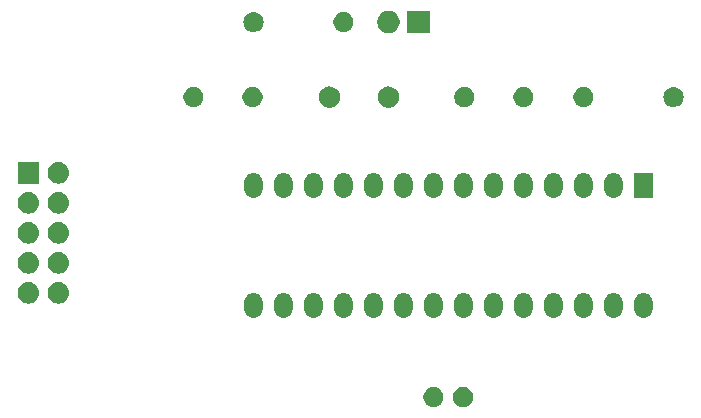
<source format=gbr>
%TF.GenerationSoftware,KiCad,Pcbnew,5.1.4-3.fc30*%
%TF.CreationDate,2019-10-13T14:30:26+02:00*%
%TF.ProjectId,atmega_prog_adapter_v2,61746d65-6761-45f7-9072-6f675f616461,1.0*%
%TF.SameCoordinates,Original*%
%TF.FileFunction,Soldermask,Top*%
%TF.FilePolarity,Negative*%
%FSLAX46Y46*%
G04 Gerber Fmt 4.6, Leading zero omitted, Abs format (unit mm)*
G04 Created by KiCad (PCBNEW 5.1.4-3.fc30) date 2019-10-13 14:30:26*
%MOMM*%
%LPD*%
G04 APERTURE LIST*
%ADD10C,0.150000*%
G04 APERTURE END LIST*
D10*
G36*
X131018228Y-104591703D02*
G01*
X131173100Y-104655853D01*
X131312481Y-104748985D01*
X131431015Y-104867519D01*
X131524147Y-105006900D01*
X131588297Y-105161772D01*
X131621000Y-105326184D01*
X131621000Y-105493816D01*
X131588297Y-105658228D01*
X131524147Y-105813100D01*
X131431015Y-105952481D01*
X131312481Y-106071015D01*
X131173100Y-106164147D01*
X131018228Y-106228297D01*
X130853816Y-106261000D01*
X130686184Y-106261000D01*
X130521772Y-106228297D01*
X130366900Y-106164147D01*
X130227519Y-106071015D01*
X130108985Y-105952481D01*
X130015853Y-105813100D01*
X129951703Y-105658228D01*
X129919000Y-105493816D01*
X129919000Y-105326184D01*
X129951703Y-105161772D01*
X130015853Y-105006900D01*
X130108985Y-104867519D01*
X130227519Y-104748985D01*
X130366900Y-104655853D01*
X130521772Y-104591703D01*
X130686184Y-104559000D01*
X130853816Y-104559000D01*
X131018228Y-104591703D01*
X131018228Y-104591703D01*
G37*
G36*
X128518228Y-104591703D02*
G01*
X128673100Y-104655853D01*
X128812481Y-104748985D01*
X128931015Y-104867519D01*
X129024147Y-105006900D01*
X129088297Y-105161772D01*
X129121000Y-105326184D01*
X129121000Y-105493816D01*
X129088297Y-105658228D01*
X129024147Y-105813100D01*
X128931015Y-105952481D01*
X128812481Y-106071015D01*
X128673100Y-106164147D01*
X128518228Y-106228297D01*
X128353816Y-106261000D01*
X128186184Y-106261000D01*
X128021772Y-106228297D01*
X127866900Y-106164147D01*
X127727519Y-106071015D01*
X127608985Y-105952481D01*
X127515853Y-105813100D01*
X127451703Y-105658228D01*
X127419000Y-105493816D01*
X127419000Y-105326184D01*
X127451703Y-105161772D01*
X127515853Y-105006900D01*
X127608985Y-104867519D01*
X127727519Y-104748985D01*
X127866900Y-104655853D01*
X128021772Y-104591703D01*
X128186184Y-104559000D01*
X128353816Y-104559000D01*
X128518228Y-104591703D01*
X128518228Y-104591703D01*
G37*
G36*
X115721142Y-96600156D02*
G01*
X115866476Y-96644243D01*
X115866479Y-96644244D01*
X116000416Y-96715835D01*
X116117817Y-96812183D01*
X116214165Y-96929584D01*
X116285756Y-97063521D01*
X116285757Y-97063524D01*
X116329844Y-97208858D01*
X116341000Y-97322128D01*
X116341000Y-97957872D01*
X116329844Y-98071142D01*
X116285757Y-98216475D01*
X116285756Y-98216479D01*
X116214165Y-98350416D01*
X116214164Y-98350417D01*
X116117817Y-98467817D01*
X116018268Y-98549514D01*
X116000415Y-98564165D01*
X115866478Y-98635756D01*
X115866475Y-98635757D01*
X115721141Y-98679844D01*
X115570000Y-98694730D01*
X115418858Y-98679844D01*
X115273524Y-98635757D01*
X115273521Y-98635756D01*
X115139584Y-98564165D01*
X115118531Y-98546887D01*
X115022183Y-98467817D01*
X114925836Y-98350416D01*
X114854245Y-98216479D01*
X114854244Y-98216478D01*
X114854243Y-98216475D01*
X114810156Y-98071141D01*
X114799000Y-97957871D01*
X114799000Y-97322128D01*
X114810156Y-97208858D01*
X114854243Y-97063524D01*
X114854243Y-97063523D01*
X114925837Y-96929582D01*
X115022184Y-96812183D01*
X115139585Y-96715835D01*
X115273522Y-96644244D01*
X115273525Y-96644243D01*
X115418859Y-96600156D01*
X115570000Y-96585270D01*
X115721142Y-96600156D01*
X115721142Y-96600156D01*
G37*
G36*
X120801142Y-96600156D02*
G01*
X120946476Y-96644243D01*
X120946479Y-96644244D01*
X121080416Y-96715835D01*
X121197817Y-96812183D01*
X121294165Y-96929584D01*
X121365756Y-97063521D01*
X121365757Y-97063524D01*
X121409844Y-97208858D01*
X121421000Y-97322128D01*
X121421000Y-97957872D01*
X121409844Y-98071142D01*
X121365757Y-98216475D01*
X121365756Y-98216479D01*
X121294165Y-98350416D01*
X121294164Y-98350417D01*
X121197817Y-98467817D01*
X121098268Y-98549514D01*
X121080415Y-98564165D01*
X120946478Y-98635756D01*
X120946475Y-98635757D01*
X120801141Y-98679844D01*
X120650000Y-98694730D01*
X120498858Y-98679844D01*
X120353524Y-98635757D01*
X120353521Y-98635756D01*
X120219584Y-98564165D01*
X120198531Y-98546887D01*
X120102183Y-98467817D01*
X120005836Y-98350416D01*
X119934245Y-98216479D01*
X119934244Y-98216478D01*
X119934243Y-98216475D01*
X119890156Y-98071141D01*
X119879000Y-97957871D01*
X119879000Y-97322128D01*
X119890156Y-97208858D01*
X119934243Y-97063524D01*
X119934243Y-97063523D01*
X120005837Y-96929582D01*
X120102184Y-96812183D01*
X120219585Y-96715835D01*
X120353522Y-96644244D01*
X120353525Y-96644243D01*
X120498859Y-96600156D01*
X120650000Y-96585270D01*
X120801142Y-96600156D01*
X120801142Y-96600156D01*
G37*
G36*
X123341142Y-96600156D02*
G01*
X123486476Y-96644243D01*
X123486479Y-96644244D01*
X123620416Y-96715835D01*
X123737817Y-96812183D01*
X123834165Y-96929584D01*
X123905756Y-97063521D01*
X123905757Y-97063524D01*
X123949844Y-97208858D01*
X123961000Y-97322128D01*
X123961000Y-97957872D01*
X123949844Y-98071142D01*
X123905757Y-98216475D01*
X123905756Y-98216479D01*
X123834165Y-98350416D01*
X123834164Y-98350417D01*
X123737817Y-98467817D01*
X123638268Y-98549514D01*
X123620415Y-98564165D01*
X123486478Y-98635756D01*
X123486475Y-98635757D01*
X123341141Y-98679844D01*
X123190000Y-98694730D01*
X123038858Y-98679844D01*
X122893524Y-98635757D01*
X122893521Y-98635756D01*
X122759584Y-98564165D01*
X122738531Y-98546887D01*
X122642183Y-98467817D01*
X122545836Y-98350416D01*
X122474245Y-98216479D01*
X122474244Y-98216478D01*
X122474243Y-98216475D01*
X122430156Y-98071141D01*
X122419000Y-97957871D01*
X122419000Y-97322128D01*
X122430156Y-97208858D01*
X122474243Y-97063524D01*
X122474243Y-97063523D01*
X122545837Y-96929582D01*
X122642184Y-96812183D01*
X122759585Y-96715835D01*
X122893522Y-96644244D01*
X122893525Y-96644243D01*
X123038859Y-96600156D01*
X123190000Y-96585270D01*
X123341142Y-96600156D01*
X123341142Y-96600156D01*
G37*
G36*
X125881142Y-96600156D02*
G01*
X126026476Y-96644243D01*
X126026479Y-96644244D01*
X126160416Y-96715835D01*
X126277817Y-96812183D01*
X126374165Y-96929584D01*
X126445756Y-97063521D01*
X126445757Y-97063524D01*
X126489844Y-97208858D01*
X126501000Y-97322128D01*
X126501000Y-97957872D01*
X126489844Y-98071142D01*
X126445757Y-98216475D01*
X126445756Y-98216479D01*
X126374165Y-98350416D01*
X126374164Y-98350417D01*
X126277817Y-98467817D01*
X126178268Y-98549514D01*
X126160415Y-98564165D01*
X126026478Y-98635756D01*
X126026475Y-98635757D01*
X125881141Y-98679844D01*
X125730000Y-98694730D01*
X125578858Y-98679844D01*
X125433524Y-98635757D01*
X125433521Y-98635756D01*
X125299584Y-98564165D01*
X125278531Y-98546887D01*
X125182183Y-98467817D01*
X125085836Y-98350416D01*
X125014245Y-98216479D01*
X125014244Y-98216478D01*
X125014243Y-98216475D01*
X124970156Y-98071141D01*
X124959000Y-97957871D01*
X124959000Y-97322128D01*
X124970156Y-97208858D01*
X125014243Y-97063524D01*
X125014243Y-97063523D01*
X125085837Y-96929582D01*
X125182184Y-96812183D01*
X125299585Y-96715835D01*
X125433522Y-96644244D01*
X125433525Y-96644243D01*
X125578859Y-96600156D01*
X125730000Y-96585270D01*
X125881142Y-96600156D01*
X125881142Y-96600156D01*
G37*
G36*
X128421142Y-96600156D02*
G01*
X128566476Y-96644243D01*
X128566479Y-96644244D01*
X128700416Y-96715835D01*
X128817817Y-96812183D01*
X128914165Y-96929584D01*
X128985756Y-97063521D01*
X128985757Y-97063524D01*
X129029844Y-97208858D01*
X129041000Y-97322128D01*
X129041000Y-97957872D01*
X129029844Y-98071142D01*
X128985757Y-98216475D01*
X128985756Y-98216479D01*
X128914165Y-98350416D01*
X128914164Y-98350417D01*
X128817817Y-98467817D01*
X128718268Y-98549514D01*
X128700415Y-98564165D01*
X128566478Y-98635756D01*
X128566475Y-98635757D01*
X128421141Y-98679844D01*
X128270000Y-98694730D01*
X128118858Y-98679844D01*
X127973524Y-98635757D01*
X127973521Y-98635756D01*
X127839584Y-98564165D01*
X127818531Y-98546887D01*
X127722183Y-98467817D01*
X127625836Y-98350416D01*
X127554245Y-98216479D01*
X127554244Y-98216478D01*
X127554243Y-98216475D01*
X127510156Y-98071141D01*
X127499000Y-97957871D01*
X127499000Y-97322128D01*
X127510156Y-97208858D01*
X127554243Y-97063524D01*
X127554243Y-97063523D01*
X127625837Y-96929582D01*
X127722184Y-96812183D01*
X127839585Y-96715835D01*
X127973522Y-96644244D01*
X127973525Y-96644243D01*
X128118859Y-96600156D01*
X128270000Y-96585270D01*
X128421142Y-96600156D01*
X128421142Y-96600156D01*
G37*
G36*
X118261142Y-96600156D02*
G01*
X118406476Y-96644243D01*
X118406479Y-96644244D01*
X118540416Y-96715835D01*
X118657817Y-96812183D01*
X118754165Y-96929584D01*
X118825756Y-97063521D01*
X118825757Y-97063524D01*
X118869844Y-97208858D01*
X118881000Y-97322128D01*
X118881000Y-97957872D01*
X118869844Y-98071142D01*
X118825757Y-98216475D01*
X118825756Y-98216479D01*
X118754165Y-98350416D01*
X118754164Y-98350417D01*
X118657817Y-98467817D01*
X118558268Y-98549514D01*
X118540415Y-98564165D01*
X118406478Y-98635756D01*
X118406475Y-98635757D01*
X118261141Y-98679844D01*
X118110000Y-98694730D01*
X117958858Y-98679844D01*
X117813524Y-98635757D01*
X117813521Y-98635756D01*
X117679584Y-98564165D01*
X117658531Y-98546887D01*
X117562183Y-98467817D01*
X117465836Y-98350416D01*
X117394245Y-98216479D01*
X117394244Y-98216478D01*
X117394243Y-98216475D01*
X117350156Y-98071141D01*
X117339000Y-97957871D01*
X117339000Y-97322128D01*
X117350156Y-97208858D01*
X117394243Y-97063524D01*
X117394243Y-97063523D01*
X117465837Y-96929582D01*
X117562184Y-96812183D01*
X117679585Y-96715835D01*
X117813522Y-96644244D01*
X117813525Y-96644243D01*
X117958859Y-96600156D01*
X118110000Y-96585270D01*
X118261142Y-96600156D01*
X118261142Y-96600156D01*
G37*
G36*
X133501142Y-96600156D02*
G01*
X133646476Y-96644243D01*
X133646479Y-96644244D01*
X133780416Y-96715835D01*
X133897817Y-96812183D01*
X133994165Y-96929584D01*
X134065756Y-97063521D01*
X134065757Y-97063524D01*
X134109844Y-97208858D01*
X134121000Y-97322128D01*
X134121000Y-97957872D01*
X134109844Y-98071142D01*
X134065757Y-98216475D01*
X134065756Y-98216479D01*
X133994165Y-98350416D01*
X133994164Y-98350417D01*
X133897817Y-98467817D01*
X133798268Y-98549514D01*
X133780415Y-98564165D01*
X133646478Y-98635756D01*
X133646475Y-98635757D01*
X133501141Y-98679844D01*
X133350000Y-98694730D01*
X133198858Y-98679844D01*
X133053524Y-98635757D01*
X133053521Y-98635756D01*
X132919584Y-98564165D01*
X132898531Y-98546887D01*
X132802183Y-98467817D01*
X132705836Y-98350416D01*
X132634245Y-98216479D01*
X132634244Y-98216478D01*
X132634243Y-98216475D01*
X132590156Y-98071141D01*
X132579000Y-97957871D01*
X132579000Y-97322128D01*
X132590156Y-97208858D01*
X132634243Y-97063524D01*
X132634243Y-97063523D01*
X132705837Y-96929582D01*
X132802184Y-96812183D01*
X132919585Y-96715835D01*
X133053522Y-96644244D01*
X133053525Y-96644243D01*
X133198859Y-96600156D01*
X133350000Y-96585270D01*
X133501142Y-96600156D01*
X133501142Y-96600156D01*
G37*
G36*
X138581142Y-96600156D02*
G01*
X138726476Y-96644243D01*
X138726479Y-96644244D01*
X138860416Y-96715835D01*
X138977817Y-96812183D01*
X139074165Y-96929584D01*
X139145756Y-97063521D01*
X139145757Y-97063524D01*
X139189844Y-97208858D01*
X139201000Y-97322128D01*
X139201000Y-97957872D01*
X139189844Y-98071142D01*
X139145757Y-98216475D01*
X139145756Y-98216479D01*
X139074165Y-98350416D01*
X139074164Y-98350417D01*
X138977817Y-98467817D01*
X138878268Y-98549514D01*
X138860415Y-98564165D01*
X138726478Y-98635756D01*
X138726475Y-98635757D01*
X138581141Y-98679844D01*
X138430000Y-98694730D01*
X138278858Y-98679844D01*
X138133524Y-98635757D01*
X138133521Y-98635756D01*
X137999584Y-98564165D01*
X137978531Y-98546887D01*
X137882183Y-98467817D01*
X137785836Y-98350416D01*
X137714245Y-98216479D01*
X137714244Y-98216478D01*
X137714243Y-98216475D01*
X137670156Y-98071141D01*
X137659000Y-97957871D01*
X137659000Y-97322128D01*
X137670156Y-97208858D01*
X137714243Y-97063524D01*
X137714243Y-97063523D01*
X137785837Y-96929582D01*
X137882184Y-96812183D01*
X137999585Y-96715835D01*
X138133522Y-96644244D01*
X138133525Y-96644243D01*
X138278859Y-96600156D01*
X138430000Y-96585270D01*
X138581142Y-96600156D01*
X138581142Y-96600156D01*
G37*
G36*
X141121142Y-96600156D02*
G01*
X141266476Y-96644243D01*
X141266479Y-96644244D01*
X141400416Y-96715835D01*
X141517817Y-96812183D01*
X141614165Y-96929584D01*
X141685756Y-97063521D01*
X141685757Y-97063524D01*
X141729844Y-97208858D01*
X141741000Y-97322128D01*
X141741000Y-97957872D01*
X141729844Y-98071142D01*
X141685757Y-98216475D01*
X141685756Y-98216479D01*
X141614165Y-98350416D01*
X141614164Y-98350417D01*
X141517817Y-98467817D01*
X141418268Y-98549514D01*
X141400415Y-98564165D01*
X141266478Y-98635756D01*
X141266475Y-98635757D01*
X141121141Y-98679844D01*
X140970000Y-98694730D01*
X140818858Y-98679844D01*
X140673524Y-98635757D01*
X140673521Y-98635756D01*
X140539584Y-98564165D01*
X140518531Y-98546887D01*
X140422183Y-98467817D01*
X140325836Y-98350416D01*
X140254245Y-98216479D01*
X140254244Y-98216478D01*
X140254243Y-98216475D01*
X140210156Y-98071141D01*
X140199000Y-97957871D01*
X140199000Y-97322128D01*
X140210156Y-97208858D01*
X140254243Y-97063524D01*
X140254243Y-97063523D01*
X140325837Y-96929582D01*
X140422184Y-96812183D01*
X140539585Y-96715835D01*
X140673522Y-96644244D01*
X140673525Y-96644243D01*
X140818859Y-96600156D01*
X140970000Y-96585270D01*
X141121142Y-96600156D01*
X141121142Y-96600156D01*
G37*
G36*
X143661142Y-96600156D02*
G01*
X143806476Y-96644243D01*
X143806479Y-96644244D01*
X143940416Y-96715835D01*
X144057817Y-96812183D01*
X144154165Y-96929584D01*
X144225756Y-97063521D01*
X144225757Y-97063524D01*
X144269844Y-97208858D01*
X144281000Y-97322128D01*
X144281000Y-97957872D01*
X144269844Y-98071142D01*
X144225757Y-98216475D01*
X144225756Y-98216479D01*
X144154165Y-98350416D01*
X144154164Y-98350417D01*
X144057817Y-98467817D01*
X143958268Y-98549514D01*
X143940415Y-98564165D01*
X143806478Y-98635756D01*
X143806475Y-98635757D01*
X143661141Y-98679844D01*
X143510000Y-98694730D01*
X143358858Y-98679844D01*
X143213524Y-98635757D01*
X143213521Y-98635756D01*
X143079584Y-98564165D01*
X143058531Y-98546887D01*
X142962183Y-98467817D01*
X142865836Y-98350416D01*
X142794245Y-98216479D01*
X142794244Y-98216478D01*
X142794243Y-98216475D01*
X142750156Y-98071141D01*
X142739000Y-97957871D01*
X142739000Y-97322128D01*
X142750156Y-97208858D01*
X142794243Y-97063524D01*
X142794243Y-97063523D01*
X142865837Y-96929582D01*
X142962184Y-96812183D01*
X143079585Y-96715835D01*
X143213522Y-96644244D01*
X143213525Y-96644243D01*
X143358859Y-96600156D01*
X143510000Y-96585270D01*
X143661142Y-96600156D01*
X143661142Y-96600156D01*
G37*
G36*
X146201142Y-96600156D02*
G01*
X146346476Y-96644243D01*
X146346479Y-96644244D01*
X146480416Y-96715835D01*
X146597817Y-96812183D01*
X146694165Y-96929584D01*
X146765756Y-97063521D01*
X146765757Y-97063524D01*
X146809844Y-97208858D01*
X146821000Y-97322128D01*
X146821000Y-97957872D01*
X146809844Y-98071142D01*
X146765757Y-98216475D01*
X146765756Y-98216479D01*
X146694165Y-98350416D01*
X146694164Y-98350417D01*
X146597817Y-98467817D01*
X146498268Y-98549514D01*
X146480415Y-98564165D01*
X146346478Y-98635756D01*
X146346475Y-98635757D01*
X146201141Y-98679844D01*
X146050000Y-98694730D01*
X145898858Y-98679844D01*
X145753524Y-98635757D01*
X145753521Y-98635756D01*
X145619584Y-98564165D01*
X145598531Y-98546887D01*
X145502183Y-98467817D01*
X145405836Y-98350416D01*
X145334245Y-98216479D01*
X145334244Y-98216478D01*
X145334243Y-98216475D01*
X145290156Y-98071141D01*
X145279000Y-97957871D01*
X145279000Y-97322128D01*
X145290156Y-97208858D01*
X145334243Y-97063524D01*
X145334243Y-97063523D01*
X145405837Y-96929582D01*
X145502184Y-96812183D01*
X145619585Y-96715835D01*
X145753522Y-96644244D01*
X145753525Y-96644243D01*
X145898859Y-96600156D01*
X146050000Y-96585270D01*
X146201142Y-96600156D01*
X146201142Y-96600156D01*
G37*
G36*
X113181142Y-96600156D02*
G01*
X113326476Y-96644243D01*
X113326479Y-96644244D01*
X113460416Y-96715835D01*
X113577817Y-96812183D01*
X113674165Y-96929584D01*
X113745756Y-97063521D01*
X113745757Y-97063524D01*
X113789844Y-97208858D01*
X113801000Y-97322128D01*
X113801000Y-97957872D01*
X113789844Y-98071142D01*
X113745757Y-98216475D01*
X113745756Y-98216479D01*
X113674165Y-98350416D01*
X113674164Y-98350417D01*
X113577817Y-98467817D01*
X113478268Y-98549514D01*
X113460415Y-98564165D01*
X113326478Y-98635756D01*
X113326475Y-98635757D01*
X113181141Y-98679844D01*
X113030000Y-98694730D01*
X112878858Y-98679844D01*
X112733524Y-98635757D01*
X112733521Y-98635756D01*
X112599584Y-98564165D01*
X112578531Y-98546887D01*
X112482183Y-98467817D01*
X112385836Y-98350416D01*
X112314245Y-98216479D01*
X112314244Y-98216478D01*
X112314243Y-98216475D01*
X112270156Y-98071141D01*
X112259000Y-97957871D01*
X112259000Y-97322128D01*
X112270156Y-97208858D01*
X112314243Y-97063524D01*
X112314243Y-97063523D01*
X112385837Y-96929582D01*
X112482184Y-96812183D01*
X112599585Y-96715835D01*
X112733522Y-96644244D01*
X112733525Y-96644243D01*
X112878859Y-96600156D01*
X113030000Y-96585270D01*
X113181142Y-96600156D01*
X113181142Y-96600156D01*
G37*
G36*
X130961142Y-96600156D02*
G01*
X131106476Y-96644243D01*
X131106479Y-96644244D01*
X131240416Y-96715835D01*
X131357817Y-96812183D01*
X131454165Y-96929584D01*
X131525756Y-97063521D01*
X131525757Y-97063524D01*
X131569844Y-97208858D01*
X131581000Y-97322128D01*
X131581000Y-97957872D01*
X131569844Y-98071142D01*
X131525757Y-98216475D01*
X131525756Y-98216479D01*
X131454165Y-98350416D01*
X131454164Y-98350417D01*
X131357817Y-98467817D01*
X131258268Y-98549514D01*
X131240415Y-98564165D01*
X131106478Y-98635756D01*
X131106475Y-98635757D01*
X130961141Y-98679844D01*
X130810000Y-98694730D01*
X130658858Y-98679844D01*
X130513524Y-98635757D01*
X130513521Y-98635756D01*
X130379584Y-98564165D01*
X130358531Y-98546887D01*
X130262183Y-98467817D01*
X130165836Y-98350416D01*
X130094245Y-98216479D01*
X130094244Y-98216478D01*
X130094243Y-98216475D01*
X130050156Y-98071141D01*
X130039000Y-97957871D01*
X130039000Y-97322128D01*
X130050156Y-97208858D01*
X130094243Y-97063524D01*
X130094243Y-97063523D01*
X130165837Y-96929582D01*
X130262184Y-96812183D01*
X130379585Y-96715835D01*
X130513522Y-96644244D01*
X130513525Y-96644243D01*
X130658859Y-96600156D01*
X130810000Y-96585270D01*
X130961142Y-96600156D01*
X130961142Y-96600156D01*
G37*
G36*
X136041142Y-96600156D02*
G01*
X136186476Y-96644243D01*
X136186479Y-96644244D01*
X136320416Y-96715835D01*
X136437817Y-96812183D01*
X136534165Y-96929584D01*
X136605756Y-97063521D01*
X136605757Y-97063524D01*
X136649844Y-97208858D01*
X136661000Y-97322128D01*
X136661000Y-97957872D01*
X136649844Y-98071142D01*
X136605757Y-98216475D01*
X136605756Y-98216479D01*
X136534165Y-98350416D01*
X136534164Y-98350417D01*
X136437817Y-98467817D01*
X136338268Y-98549514D01*
X136320415Y-98564165D01*
X136186478Y-98635756D01*
X136186475Y-98635757D01*
X136041141Y-98679844D01*
X135890000Y-98694730D01*
X135738858Y-98679844D01*
X135593524Y-98635757D01*
X135593521Y-98635756D01*
X135459584Y-98564165D01*
X135438531Y-98546887D01*
X135342183Y-98467817D01*
X135245836Y-98350416D01*
X135174245Y-98216479D01*
X135174244Y-98216478D01*
X135174243Y-98216475D01*
X135130156Y-98071141D01*
X135119000Y-97957871D01*
X135119000Y-97322128D01*
X135130156Y-97208858D01*
X135174243Y-97063524D01*
X135174243Y-97063523D01*
X135245837Y-96929582D01*
X135342184Y-96812183D01*
X135459585Y-96715835D01*
X135593522Y-96644244D01*
X135593525Y-96644243D01*
X135738859Y-96600156D01*
X135890000Y-96585270D01*
X136041142Y-96600156D01*
X136041142Y-96600156D01*
G37*
G36*
X94159294Y-95673633D02*
G01*
X94331695Y-95725931D01*
X94490583Y-95810858D01*
X94629849Y-95925151D01*
X94744142Y-96064417D01*
X94829069Y-96223305D01*
X94881367Y-96395706D01*
X94899025Y-96575000D01*
X94881367Y-96754294D01*
X94829069Y-96926695D01*
X94744142Y-97085583D01*
X94629849Y-97224849D01*
X94490583Y-97339142D01*
X94331695Y-97424069D01*
X94159294Y-97476367D01*
X94024931Y-97489600D01*
X93935069Y-97489600D01*
X93800706Y-97476367D01*
X93628305Y-97424069D01*
X93469417Y-97339142D01*
X93330151Y-97224849D01*
X93215858Y-97085583D01*
X93130931Y-96926695D01*
X93078633Y-96754294D01*
X93060975Y-96575000D01*
X93078633Y-96395706D01*
X93130931Y-96223305D01*
X93215858Y-96064417D01*
X93330151Y-95925151D01*
X93469417Y-95810858D01*
X93628305Y-95725931D01*
X93800706Y-95673633D01*
X93935069Y-95660400D01*
X94024931Y-95660400D01*
X94159294Y-95673633D01*
X94159294Y-95673633D01*
G37*
G36*
X96699294Y-95673633D02*
G01*
X96871695Y-95725931D01*
X97030583Y-95810858D01*
X97169849Y-95925151D01*
X97284142Y-96064417D01*
X97369069Y-96223305D01*
X97421367Y-96395706D01*
X97439025Y-96575000D01*
X97421367Y-96754294D01*
X97369069Y-96926695D01*
X97284142Y-97085583D01*
X97169849Y-97224849D01*
X97030583Y-97339142D01*
X96871695Y-97424069D01*
X96699294Y-97476367D01*
X96564931Y-97489600D01*
X96475069Y-97489600D01*
X96340706Y-97476367D01*
X96168305Y-97424069D01*
X96009417Y-97339142D01*
X95870151Y-97224849D01*
X95755858Y-97085583D01*
X95670931Y-96926695D01*
X95618633Y-96754294D01*
X95600975Y-96575000D01*
X95618633Y-96395706D01*
X95670931Y-96223305D01*
X95755858Y-96064417D01*
X95870151Y-95925151D01*
X96009417Y-95810858D01*
X96168305Y-95725931D01*
X96340706Y-95673633D01*
X96475069Y-95660400D01*
X96564931Y-95660400D01*
X96699294Y-95673633D01*
X96699294Y-95673633D01*
G37*
G36*
X94159294Y-93133633D02*
G01*
X94331695Y-93185931D01*
X94490583Y-93270858D01*
X94629849Y-93385151D01*
X94744142Y-93524417D01*
X94829069Y-93683305D01*
X94881367Y-93855706D01*
X94899025Y-94035000D01*
X94881367Y-94214294D01*
X94829069Y-94386695D01*
X94744142Y-94545583D01*
X94629849Y-94684849D01*
X94490583Y-94799142D01*
X94331695Y-94884069D01*
X94159294Y-94936367D01*
X94024931Y-94949600D01*
X93935069Y-94949600D01*
X93800706Y-94936367D01*
X93628305Y-94884069D01*
X93469417Y-94799142D01*
X93330151Y-94684849D01*
X93215858Y-94545583D01*
X93130931Y-94386695D01*
X93078633Y-94214294D01*
X93060975Y-94035000D01*
X93078633Y-93855706D01*
X93130931Y-93683305D01*
X93215858Y-93524417D01*
X93330151Y-93385151D01*
X93469417Y-93270858D01*
X93628305Y-93185931D01*
X93800706Y-93133633D01*
X93935069Y-93120400D01*
X94024931Y-93120400D01*
X94159294Y-93133633D01*
X94159294Y-93133633D01*
G37*
G36*
X96699294Y-93133633D02*
G01*
X96871695Y-93185931D01*
X97030583Y-93270858D01*
X97169849Y-93385151D01*
X97284142Y-93524417D01*
X97369069Y-93683305D01*
X97421367Y-93855706D01*
X97439025Y-94035000D01*
X97421367Y-94214294D01*
X97369069Y-94386695D01*
X97284142Y-94545583D01*
X97169849Y-94684849D01*
X97030583Y-94799142D01*
X96871695Y-94884069D01*
X96699294Y-94936367D01*
X96564931Y-94949600D01*
X96475069Y-94949600D01*
X96340706Y-94936367D01*
X96168305Y-94884069D01*
X96009417Y-94799142D01*
X95870151Y-94684849D01*
X95755858Y-94545583D01*
X95670931Y-94386695D01*
X95618633Y-94214294D01*
X95600975Y-94035000D01*
X95618633Y-93855706D01*
X95670931Y-93683305D01*
X95755858Y-93524417D01*
X95870151Y-93385151D01*
X96009417Y-93270858D01*
X96168305Y-93185931D01*
X96340706Y-93133633D01*
X96475069Y-93120400D01*
X96564931Y-93120400D01*
X96699294Y-93133633D01*
X96699294Y-93133633D01*
G37*
G36*
X96699294Y-90593633D02*
G01*
X96871695Y-90645931D01*
X97030583Y-90730858D01*
X97169849Y-90845151D01*
X97284142Y-90984417D01*
X97369069Y-91143305D01*
X97421367Y-91315706D01*
X97439025Y-91495000D01*
X97421367Y-91674294D01*
X97369069Y-91846695D01*
X97284142Y-92005583D01*
X97169849Y-92144849D01*
X97030583Y-92259142D01*
X96871695Y-92344069D01*
X96699294Y-92396367D01*
X96564931Y-92409600D01*
X96475069Y-92409600D01*
X96340706Y-92396367D01*
X96168305Y-92344069D01*
X96009417Y-92259142D01*
X95870151Y-92144849D01*
X95755858Y-92005583D01*
X95670931Y-91846695D01*
X95618633Y-91674294D01*
X95600975Y-91495000D01*
X95618633Y-91315706D01*
X95670931Y-91143305D01*
X95755858Y-90984417D01*
X95870151Y-90845151D01*
X96009417Y-90730858D01*
X96168305Y-90645931D01*
X96340706Y-90593633D01*
X96475069Y-90580400D01*
X96564931Y-90580400D01*
X96699294Y-90593633D01*
X96699294Y-90593633D01*
G37*
G36*
X94159294Y-90593633D02*
G01*
X94331695Y-90645931D01*
X94490583Y-90730858D01*
X94629849Y-90845151D01*
X94744142Y-90984417D01*
X94829069Y-91143305D01*
X94881367Y-91315706D01*
X94899025Y-91495000D01*
X94881367Y-91674294D01*
X94829069Y-91846695D01*
X94744142Y-92005583D01*
X94629849Y-92144849D01*
X94490583Y-92259142D01*
X94331695Y-92344069D01*
X94159294Y-92396367D01*
X94024931Y-92409600D01*
X93935069Y-92409600D01*
X93800706Y-92396367D01*
X93628305Y-92344069D01*
X93469417Y-92259142D01*
X93330151Y-92144849D01*
X93215858Y-92005583D01*
X93130931Y-91846695D01*
X93078633Y-91674294D01*
X93060975Y-91495000D01*
X93078633Y-91315706D01*
X93130931Y-91143305D01*
X93215858Y-90984417D01*
X93330151Y-90845151D01*
X93469417Y-90730858D01*
X93628305Y-90645931D01*
X93800706Y-90593633D01*
X93935069Y-90580400D01*
X94024931Y-90580400D01*
X94159294Y-90593633D01*
X94159294Y-90593633D01*
G37*
G36*
X96699294Y-88053633D02*
G01*
X96871695Y-88105931D01*
X97030583Y-88190858D01*
X97169849Y-88305151D01*
X97284142Y-88444417D01*
X97369069Y-88603305D01*
X97421367Y-88775706D01*
X97439025Y-88955000D01*
X97421367Y-89134294D01*
X97369069Y-89306695D01*
X97284142Y-89465583D01*
X97169849Y-89604849D01*
X97030583Y-89719142D01*
X96871695Y-89804069D01*
X96699294Y-89856367D01*
X96564931Y-89869600D01*
X96475069Y-89869600D01*
X96340706Y-89856367D01*
X96168305Y-89804069D01*
X96009417Y-89719142D01*
X95870151Y-89604849D01*
X95755858Y-89465583D01*
X95670931Y-89306695D01*
X95618633Y-89134294D01*
X95600975Y-88955000D01*
X95618633Y-88775706D01*
X95670931Y-88603305D01*
X95755858Y-88444417D01*
X95870151Y-88305151D01*
X96009417Y-88190858D01*
X96168305Y-88105931D01*
X96340706Y-88053633D01*
X96475069Y-88040400D01*
X96564931Y-88040400D01*
X96699294Y-88053633D01*
X96699294Y-88053633D01*
G37*
G36*
X94159294Y-88053633D02*
G01*
X94331695Y-88105931D01*
X94490583Y-88190858D01*
X94629849Y-88305151D01*
X94744142Y-88444417D01*
X94829069Y-88603305D01*
X94881367Y-88775706D01*
X94899025Y-88955000D01*
X94881367Y-89134294D01*
X94829069Y-89306695D01*
X94744142Y-89465583D01*
X94629849Y-89604849D01*
X94490583Y-89719142D01*
X94331695Y-89804069D01*
X94159294Y-89856367D01*
X94024931Y-89869600D01*
X93935069Y-89869600D01*
X93800706Y-89856367D01*
X93628305Y-89804069D01*
X93469417Y-89719142D01*
X93330151Y-89604849D01*
X93215858Y-89465583D01*
X93130931Y-89306695D01*
X93078633Y-89134294D01*
X93060975Y-88955000D01*
X93078633Y-88775706D01*
X93130931Y-88603305D01*
X93215858Y-88444417D01*
X93330151Y-88305151D01*
X93469417Y-88190858D01*
X93628305Y-88105931D01*
X93800706Y-88053633D01*
X93935069Y-88040400D01*
X94024931Y-88040400D01*
X94159294Y-88053633D01*
X94159294Y-88053633D01*
G37*
G36*
X120801142Y-86440156D02*
G01*
X120946476Y-86484243D01*
X120946479Y-86484244D01*
X121080416Y-86555835D01*
X121197817Y-86652183D01*
X121294165Y-86769584D01*
X121365756Y-86903521D01*
X121365757Y-86903524D01*
X121409844Y-87048858D01*
X121421000Y-87162128D01*
X121421000Y-87797872D01*
X121409844Y-87911142D01*
X121366619Y-88053633D01*
X121365756Y-88056479D01*
X121294165Y-88190416D01*
X121294164Y-88190417D01*
X121197817Y-88307817D01*
X121098268Y-88389514D01*
X121080415Y-88404165D01*
X120946478Y-88475756D01*
X120946475Y-88475757D01*
X120801141Y-88519844D01*
X120650000Y-88534730D01*
X120498858Y-88519844D01*
X120353524Y-88475757D01*
X120353521Y-88475756D01*
X120219584Y-88404165D01*
X120198531Y-88386887D01*
X120102183Y-88307817D01*
X120020486Y-88208268D01*
X120005835Y-88190415D01*
X119934244Y-88056478D01*
X119929367Y-88040400D01*
X119890156Y-87911141D01*
X119879000Y-87797871D01*
X119879000Y-87162128D01*
X119890156Y-87048858D01*
X119934243Y-86903524D01*
X119934243Y-86903523D01*
X120005837Y-86769582D01*
X120102184Y-86652183D01*
X120219585Y-86555835D01*
X120353522Y-86484244D01*
X120353525Y-86484243D01*
X120498859Y-86440156D01*
X120650000Y-86425270D01*
X120801142Y-86440156D01*
X120801142Y-86440156D01*
G37*
G36*
X118261142Y-86440156D02*
G01*
X118406476Y-86484243D01*
X118406479Y-86484244D01*
X118540416Y-86555835D01*
X118657817Y-86652183D01*
X118754165Y-86769584D01*
X118825756Y-86903521D01*
X118825757Y-86903524D01*
X118869844Y-87048858D01*
X118881000Y-87162128D01*
X118881000Y-87797872D01*
X118869844Y-87911142D01*
X118826619Y-88053633D01*
X118825756Y-88056479D01*
X118754165Y-88190416D01*
X118754164Y-88190417D01*
X118657817Y-88307817D01*
X118558268Y-88389514D01*
X118540415Y-88404165D01*
X118406478Y-88475756D01*
X118406475Y-88475757D01*
X118261141Y-88519844D01*
X118110000Y-88534730D01*
X117958858Y-88519844D01*
X117813524Y-88475757D01*
X117813521Y-88475756D01*
X117679584Y-88404165D01*
X117658531Y-88386887D01*
X117562183Y-88307817D01*
X117480486Y-88208268D01*
X117465835Y-88190415D01*
X117394244Y-88056478D01*
X117389367Y-88040400D01*
X117350156Y-87911141D01*
X117339000Y-87797871D01*
X117339000Y-87162128D01*
X117350156Y-87048858D01*
X117394243Y-86903524D01*
X117394243Y-86903523D01*
X117465837Y-86769582D01*
X117562184Y-86652183D01*
X117679585Y-86555835D01*
X117813522Y-86484244D01*
X117813525Y-86484243D01*
X117958859Y-86440156D01*
X118110000Y-86425270D01*
X118261142Y-86440156D01*
X118261142Y-86440156D01*
G37*
G36*
X130961142Y-86440156D02*
G01*
X131106476Y-86484243D01*
X131106479Y-86484244D01*
X131240416Y-86555835D01*
X131357817Y-86652183D01*
X131454165Y-86769584D01*
X131525756Y-86903521D01*
X131525757Y-86903524D01*
X131569844Y-87048858D01*
X131581000Y-87162128D01*
X131581000Y-87797872D01*
X131569844Y-87911142D01*
X131526619Y-88053633D01*
X131525756Y-88056479D01*
X131454165Y-88190416D01*
X131454164Y-88190417D01*
X131357817Y-88307817D01*
X131258268Y-88389514D01*
X131240415Y-88404165D01*
X131106478Y-88475756D01*
X131106475Y-88475757D01*
X130961141Y-88519844D01*
X130810000Y-88534730D01*
X130658858Y-88519844D01*
X130513524Y-88475757D01*
X130513521Y-88475756D01*
X130379584Y-88404165D01*
X130358531Y-88386887D01*
X130262183Y-88307817D01*
X130180486Y-88208268D01*
X130165835Y-88190415D01*
X130094244Y-88056478D01*
X130089367Y-88040400D01*
X130050156Y-87911141D01*
X130039000Y-87797871D01*
X130039000Y-87162128D01*
X130050156Y-87048858D01*
X130094243Y-86903524D01*
X130094243Y-86903523D01*
X130165837Y-86769582D01*
X130262184Y-86652183D01*
X130379585Y-86555835D01*
X130513522Y-86484244D01*
X130513525Y-86484243D01*
X130658859Y-86440156D01*
X130810000Y-86425270D01*
X130961142Y-86440156D01*
X130961142Y-86440156D01*
G37*
G36*
X115721142Y-86440156D02*
G01*
X115866476Y-86484243D01*
X115866479Y-86484244D01*
X116000416Y-86555835D01*
X116117817Y-86652183D01*
X116214165Y-86769584D01*
X116285756Y-86903521D01*
X116285757Y-86903524D01*
X116329844Y-87048858D01*
X116341000Y-87162128D01*
X116341000Y-87797872D01*
X116329844Y-87911142D01*
X116286619Y-88053633D01*
X116285756Y-88056479D01*
X116214165Y-88190416D01*
X116214164Y-88190417D01*
X116117817Y-88307817D01*
X116018268Y-88389514D01*
X116000415Y-88404165D01*
X115866478Y-88475756D01*
X115866475Y-88475757D01*
X115721141Y-88519844D01*
X115570000Y-88534730D01*
X115418858Y-88519844D01*
X115273524Y-88475757D01*
X115273521Y-88475756D01*
X115139584Y-88404165D01*
X115118531Y-88386887D01*
X115022183Y-88307817D01*
X114940486Y-88208268D01*
X114925835Y-88190415D01*
X114854244Y-88056478D01*
X114849367Y-88040400D01*
X114810156Y-87911141D01*
X114799000Y-87797871D01*
X114799000Y-87162128D01*
X114810156Y-87048858D01*
X114854243Y-86903524D01*
X114854243Y-86903523D01*
X114925837Y-86769582D01*
X115022184Y-86652183D01*
X115139585Y-86555835D01*
X115273522Y-86484244D01*
X115273525Y-86484243D01*
X115418859Y-86440156D01*
X115570000Y-86425270D01*
X115721142Y-86440156D01*
X115721142Y-86440156D01*
G37*
G36*
X113181142Y-86440156D02*
G01*
X113326476Y-86484243D01*
X113326479Y-86484244D01*
X113460416Y-86555835D01*
X113577817Y-86652183D01*
X113674165Y-86769584D01*
X113745756Y-86903521D01*
X113745757Y-86903524D01*
X113789844Y-87048858D01*
X113801000Y-87162128D01*
X113801000Y-87797872D01*
X113789844Y-87911142D01*
X113746619Y-88053633D01*
X113745756Y-88056479D01*
X113674165Y-88190416D01*
X113674164Y-88190417D01*
X113577817Y-88307817D01*
X113478268Y-88389514D01*
X113460415Y-88404165D01*
X113326478Y-88475756D01*
X113326475Y-88475757D01*
X113181141Y-88519844D01*
X113030000Y-88534730D01*
X112878858Y-88519844D01*
X112733524Y-88475757D01*
X112733521Y-88475756D01*
X112599584Y-88404165D01*
X112578531Y-88386887D01*
X112482183Y-88307817D01*
X112400486Y-88208268D01*
X112385835Y-88190415D01*
X112314244Y-88056478D01*
X112309367Y-88040400D01*
X112270156Y-87911141D01*
X112259000Y-87797871D01*
X112259000Y-87162128D01*
X112270156Y-87048858D01*
X112314243Y-86903524D01*
X112314243Y-86903523D01*
X112385837Y-86769582D01*
X112482184Y-86652183D01*
X112599585Y-86555835D01*
X112733522Y-86484244D01*
X112733525Y-86484243D01*
X112878859Y-86440156D01*
X113030000Y-86425270D01*
X113181142Y-86440156D01*
X113181142Y-86440156D01*
G37*
G36*
X123341142Y-86440156D02*
G01*
X123486476Y-86484243D01*
X123486479Y-86484244D01*
X123620416Y-86555835D01*
X123737817Y-86652183D01*
X123834165Y-86769584D01*
X123905756Y-86903521D01*
X123905757Y-86903524D01*
X123949844Y-87048858D01*
X123961000Y-87162128D01*
X123961000Y-87797872D01*
X123949844Y-87911142D01*
X123906619Y-88053633D01*
X123905756Y-88056479D01*
X123834165Y-88190416D01*
X123834164Y-88190417D01*
X123737817Y-88307817D01*
X123638268Y-88389514D01*
X123620415Y-88404165D01*
X123486478Y-88475756D01*
X123486475Y-88475757D01*
X123341141Y-88519844D01*
X123190000Y-88534730D01*
X123038858Y-88519844D01*
X122893524Y-88475757D01*
X122893521Y-88475756D01*
X122759584Y-88404165D01*
X122738531Y-88386887D01*
X122642183Y-88307817D01*
X122560486Y-88208268D01*
X122545835Y-88190415D01*
X122474244Y-88056478D01*
X122469367Y-88040400D01*
X122430156Y-87911141D01*
X122419000Y-87797871D01*
X122419000Y-87162128D01*
X122430156Y-87048858D01*
X122474243Y-86903524D01*
X122474243Y-86903523D01*
X122545837Y-86769582D01*
X122642184Y-86652183D01*
X122759585Y-86555835D01*
X122893522Y-86484244D01*
X122893525Y-86484243D01*
X123038859Y-86440156D01*
X123190000Y-86425270D01*
X123341142Y-86440156D01*
X123341142Y-86440156D01*
G37*
G36*
X138581142Y-86440156D02*
G01*
X138726476Y-86484243D01*
X138726479Y-86484244D01*
X138860416Y-86555835D01*
X138977817Y-86652183D01*
X139074165Y-86769584D01*
X139145756Y-86903521D01*
X139145757Y-86903524D01*
X139189844Y-87048858D01*
X139201000Y-87162128D01*
X139201000Y-87797872D01*
X139189844Y-87911142D01*
X139146619Y-88053633D01*
X139145756Y-88056479D01*
X139074165Y-88190416D01*
X139074164Y-88190417D01*
X138977817Y-88307817D01*
X138878268Y-88389514D01*
X138860415Y-88404165D01*
X138726478Y-88475756D01*
X138726475Y-88475757D01*
X138581141Y-88519844D01*
X138430000Y-88534730D01*
X138278858Y-88519844D01*
X138133524Y-88475757D01*
X138133521Y-88475756D01*
X137999584Y-88404165D01*
X137978531Y-88386887D01*
X137882183Y-88307817D01*
X137800486Y-88208268D01*
X137785835Y-88190415D01*
X137714244Y-88056478D01*
X137709367Y-88040400D01*
X137670156Y-87911141D01*
X137659000Y-87797871D01*
X137659000Y-87162128D01*
X137670156Y-87048858D01*
X137714243Y-86903524D01*
X137714243Y-86903523D01*
X137785837Y-86769582D01*
X137882184Y-86652183D01*
X137999585Y-86555835D01*
X138133522Y-86484244D01*
X138133525Y-86484243D01*
X138278859Y-86440156D01*
X138430000Y-86425270D01*
X138581142Y-86440156D01*
X138581142Y-86440156D01*
G37*
G36*
X141121142Y-86440156D02*
G01*
X141266476Y-86484243D01*
X141266479Y-86484244D01*
X141400416Y-86555835D01*
X141517817Y-86652183D01*
X141614165Y-86769584D01*
X141685756Y-86903521D01*
X141685757Y-86903524D01*
X141729844Y-87048858D01*
X141741000Y-87162128D01*
X141741000Y-87797872D01*
X141729844Y-87911142D01*
X141686619Y-88053633D01*
X141685756Y-88056479D01*
X141614165Y-88190416D01*
X141614164Y-88190417D01*
X141517817Y-88307817D01*
X141418268Y-88389514D01*
X141400415Y-88404165D01*
X141266478Y-88475756D01*
X141266475Y-88475757D01*
X141121141Y-88519844D01*
X140970000Y-88534730D01*
X140818858Y-88519844D01*
X140673524Y-88475757D01*
X140673521Y-88475756D01*
X140539584Y-88404165D01*
X140518531Y-88386887D01*
X140422183Y-88307817D01*
X140340486Y-88208268D01*
X140325835Y-88190415D01*
X140254244Y-88056478D01*
X140249367Y-88040400D01*
X140210156Y-87911141D01*
X140199000Y-87797871D01*
X140199000Y-87162128D01*
X140210156Y-87048858D01*
X140254243Y-86903524D01*
X140254243Y-86903523D01*
X140325837Y-86769582D01*
X140422184Y-86652183D01*
X140539585Y-86555835D01*
X140673522Y-86484244D01*
X140673525Y-86484243D01*
X140818859Y-86440156D01*
X140970000Y-86425270D01*
X141121142Y-86440156D01*
X141121142Y-86440156D01*
G37*
G36*
X136041142Y-86440156D02*
G01*
X136186476Y-86484243D01*
X136186479Y-86484244D01*
X136320416Y-86555835D01*
X136437817Y-86652183D01*
X136534165Y-86769584D01*
X136605756Y-86903521D01*
X136605757Y-86903524D01*
X136649844Y-87048858D01*
X136661000Y-87162128D01*
X136661000Y-87797872D01*
X136649844Y-87911142D01*
X136606619Y-88053633D01*
X136605756Y-88056479D01*
X136534165Y-88190416D01*
X136534164Y-88190417D01*
X136437817Y-88307817D01*
X136338268Y-88389514D01*
X136320415Y-88404165D01*
X136186478Y-88475756D01*
X136186475Y-88475757D01*
X136041141Y-88519844D01*
X135890000Y-88534730D01*
X135738858Y-88519844D01*
X135593524Y-88475757D01*
X135593521Y-88475756D01*
X135459584Y-88404165D01*
X135438531Y-88386887D01*
X135342183Y-88307817D01*
X135260486Y-88208268D01*
X135245835Y-88190415D01*
X135174244Y-88056478D01*
X135169367Y-88040400D01*
X135130156Y-87911141D01*
X135119000Y-87797871D01*
X135119000Y-87162128D01*
X135130156Y-87048858D01*
X135174243Y-86903524D01*
X135174243Y-86903523D01*
X135245837Y-86769582D01*
X135342184Y-86652183D01*
X135459585Y-86555835D01*
X135593522Y-86484244D01*
X135593525Y-86484243D01*
X135738859Y-86440156D01*
X135890000Y-86425270D01*
X136041142Y-86440156D01*
X136041142Y-86440156D01*
G37*
G36*
X133501142Y-86440156D02*
G01*
X133646476Y-86484243D01*
X133646479Y-86484244D01*
X133780416Y-86555835D01*
X133897817Y-86652183D01*
X133994165Y-86769584D01*
X134065756Y-86903521D01*
X134065757Y-86903524D01*
X134109844Y-87048858D01*
X134121000Y-87162128D01*
X134121000Y-87797872D01*
X134109844Y-87911142D01*
X134066619Y-88053633D01*
X134065756Y-88056479D01*
X133994165Y-88190416D01*
X133994164Y-88190417D01*
X133897817Y-88307817D01*
X133798268Y-88389514D01*
X133780415Y-88404165D01*
X133646478Y-88475756D01*
X133646475Y-88475757D01*
X133501141Y-88519844D01*
X133350000Y-88534730D01*
X133198858Y-88519844D01*
X133053524Y-88475757D01*
X133053521Y-88475756D01*
X132919584Y-88404165D01*
X132898531Y-88386887D01*
X132802183Y-88307817D01*
X132720486Y-88208268D01*
X132705835Y-88190415D01*
X132634244Y-88056478D01*
X132629367Y-88040400D01*
X132590156Y-87911141D01*
X132579000Y-87797871D01*
X132579000Y-87162128D01*
X132590156Y-87048858D01*
X132634243Y-86903524D01*
X132634243Y-86903523D01*
X132705837Y-86769582D01*
X132802184Y-86652183D01*
X132919585Y-86555835D01*
X133053522Y-86484244D01*
X133053525Y-86484243D01*
X133198859Y-86440156D01*
X133350000Y-86425270D01*
X133501142Y-86440156D01*
X133501142Y-86440156D01*
G37*
G36*
X128421142Y-86440156D02*
G01*
X128566476Y-86484243D01*
X128566479Y-86484244D01*
X128700416Y-86555835D01*
X128817817Y-86652183D01*
X128914165Y-86769584D01*
X128985756Y-86903521D01*
X128985757Y-86903524D01*
X129029844Y-87048858D01*
X129041000Y-87162128D01*
X129041000Y-87797872D01*
X129029844Y-87911142D01*
X128986619Y-88053633D01*
X128985756Y-88056479D01*
X128914165Y-88190416D01*
X128914164Y-88190417D01*
X128817817Y-88307817D01*
X128718268Y-88389514D01*
X128700415Y-88404165D01*
X128566478Y-88475756D01*
X128566475Y-88475757D01*
X128421141Y-88519844D01*
X128270000Y-88534730D01*
X128118858Y-88519844D01*
X127973524Y-88475757D01*
X127973521Y-88475756D01*
X127839584Y-88404165D01*
X127818531Y-88386887D01*
X127722183Y-88307817D01*
X127640486Y-88208268D01*
X127625835Y-88190415D01*
X127554244Y-88056478D01*
X127549367Y-88040400D01*
X127510156Y-87911141D01*
X127499000Y-87797871D01*
X127499000Y-87162128D01*
X127510156Y-87048858D01*
X127554243Y-86903524D01*
X127554243Y-86903523D01*
X127625837Y-86769582D01*
X127722184Y-86652183D01*
X127839585Y-86555835D01*
X127973522Y-86484244D01*
X127973525Y-86484243D01*
X128118859Y-86440156D01*
X128270000Y-86425270D01*
X128421142Y-86440156D01*
X128421142Y-86440156D01*
G37*
G36*
X143661142Y-86440156D02*
G01*
X143806476Y-86484243D01*
X143806479Y-86484244D01*
X143940416Y-86555835D01*
X144057817Y-86652183D01*
X144154165Y-86769584D01*
X144225756Y-86903521D01*
X144225757Y-86903524D01*
X144269844Y-87048858D01*
X144281000Y-87162128D01*
X144281000Y-87797872D01*
X144269844Y-87911142D01*
X144226619Y-88053633D01*
X144225756Y-88056479D01*
X144154165Y-88190416D01*
X144154164Y-88190417D01*
X144057817Y-88307817D01*
X143958268Y-88389514D01*
X143940415Y-88404165D01*
X143806478Y-88475756D01*
X143806475Y-88475757D01*
X143661141Y-88519844D01*
X143510000Y-88534730D01*
X143358858Y-88519844D01*
X143213524Y-88475757D01*
X143213521Y-88475756D01*
X143079584Y-88404165D01*
X143058531Y-88386887D01*
X142962183Y-88307817D01*
X142880486Y-88208268D01*
X142865835Y-88190415D01*
X142794244Y-88056478D01*
X142789367Y-88040400D01*
X142750156Y-87911141D01*
X142739000Y-87797871D01*
X142739000Y-87162128D01*
X142750156Y-87048858D01*
X142794243Y-86903524D01*
X142794243Y-86903523D01*
X142865837Y-86769582D01*
X142962184Y-86652183D01*
X143079585Y-86555835D01*
X143213522Y-86484244D01*
X143213525Y-86484243D01*
X143358859Y-86440156D01*
X143510000Y-86425270D01*
X143661142Y-86440156D01*
X143661142Y-86440156D01*
G37*
G36*
X125881142Y-86440156D02*
G01*
X126026476Y-86484243D01*
X126026479Y-86484244D01*
X126160416Y-86555835D01*
X126277817Y-86652183D01*
X126374165Y-86769584D01*
X126445756Y-86903521D01*
X126445757Y-86903524D01*
X126489844Y-87048858D01*
X126501000Y-87162128D01*
X126501000Y-87797872D01*
X126489844Y-87911142D01*
X126446619Y-88053633D01*
X126445756Y-88056479D01*
X126374165Y-88190416D01*
X126374164Y-88190417D01*
X126277817Y-88307817D01*
X126178268Y-88389514D01*
X126160415Y-88404165D01*
X126026478Y-88475756D01*
X126026475Y-88475757D01*
X125881141Y-88519844D01*
X125730000Y-88534730D01*
X125578858Y-88519844D01*
X125433524Y-88475757D01*
X125433521Y-88475756D01*
X125299584Y-88404165D01*
X125278531Y-88386887D01*
X125182183Y-88307817D01*
X125100486Y-88208268D01*
X125085835Y-88190415D01*
X125014244Y-88056478D01*
X125009367Y-88040400D01*
X124970156Y-87911141D01*
X124959000Y-87797871D01*
X124959000Y-87162128D01*
X124970156Y-87048858D01*
X125014243Y-86903524D01*
X125014243Y-86903523D01*
X125085837Y-86769582D01*
X125182184Y-86652183D01*
X125299585Y-86555835D01*
X125433522Y-86484244D01*
X125433525Y-86484243D01*
X125578859Y-86440156D01*
X125730000Y-86425270D01*
X125881142Y-86440156D01*
X125881142Y-86440156D01*
G37*
G36*
X146821000Y-88531000D02*
G01*
X145279000Y-88531000D01*
X145279000Y-86429000D01*
X146821000Y-86429000D01*
X146821000Y-88531000D01*
X146821000Y-88531000D01*
G37*
G36*
X94894600Y-87329600D02*
G01*
X93065400Y-87329600D01*
X93065400Y-85500400D01*
X94894600Y-85500400D01*
X94894600Y-87329600D01*
X94894600Y-87329600D01*
G37*
G36*
X96699294Y-85513633D02*
G01*
X96871695Y-85565931D01*
X97030583Y-85650858D01*
X97169849Y-85765151D01*
X97284142Y-85904417D01*
X97369069Y-86063305D01*
X97421367Y-86235706D01*
X97439025Y-86415000D01*
X97421367Y-86594294D01*
X97369069Y-86766695D01*
X97284142Y-86925583D01*
X97169849Y-87064849D01*
X97030583Y-87179142D01*
X96871695Y-87264069D01*
X96699294Y-87316367D01*
X96564931Y-87329600D01*
X96475069Y-87329600D01*
X96340706Y-87316367D01*
X96168305Y-87264069D01*
X96009417Y-87179142D01*
X95870151Y-87064849D01*
X95755858Y-86925583D01*
X95670931Y-86766695D01*
X95618633Y-86594294D01*
X95600975Y-86415000D01*
X95618633Y-86235706D01*
X95670931Y-86063305D01*
X95755858Y-85904417D01*
X95870151Y-85765151D01*
X96009417Y-85650858D01*
X96168305Y-85565931D01*
X96340706Y-85513633D01*
X96475069Y-85500400D01*
X96564931Y-85500400D01*
X96699294Y-85513633D01*
X96699294Y-85513633D01*
G37*
G36*
X119573512Y-79113927D02*
G01*
X119722812Y-79143624D01*
X119886784Y-79211544D01*
X120034354Y-79310147D01*
X120159853Y-79435646D01*
X120258456Y-79583216D01*
X120326376Y-79747188D01*
X120361000Y-79921259D01*
X120361000Y-80098741D01*
X120326376Y-80272812D01*
X120258456Y-80436784D01*
X120159853Y-80584354D01*
X120034354Y-80709853D01*
X119886784Y-80808456D01*
X119722812Y-80876376D01*
X119573512Y-80906073D01*
X119548742Y-80911000D01*
X119371258Y-80911000D01*
X119346488Y-80906073D01*
X119197188Y-80876376D01*
X119033216Y-80808456D01*
X118885646Y-80709853D01*
X118760147Y-80584354D01*
X118661544Y-80436784D01*
X118593624Y-80272812D01*
X118559000Y-80098741D01*
X118559000Y-79921259D01*
X118593624Y-79747188D01*
X118661544Y-79583216D01*
X118760147Y-79435646D01*
X118885646Y-79310147D01*
X119033216Y-79211544D01*
X119197188Y-79143624D01*
X119346488Y-79113927D01*
X119371258Y-79109000D01*
X119548742Y-79109000D01*
X119573512Y-79113927D01*
X119573512Y-79113927D01*
G37*
G36*
X124573512Y-79113927D02*
G01*
X124722812Y-79143624D01*
X124886784Y-79211544D01*
X125034354Y-79310147D01*
X125159853Y-79435646D01*
X125258456Y-79583216D01*
X125326376Y-79747188D01*
X125361000Y-79921259D01*
X125361000Y-80098741D01*
X125326376Y-80272812D01*
X125258456Y-80436784D01*
X125159853Y-80584354D01*
X125034354Y-80709853D01*
X124886784Y-80808456D01*
X124722812Y-80876376D01*
X124573512Y-80906073D01*
X124548742Y-80911000D01*
X124371258Y-80911000D01*
X124346488Y-80906073D01*
X124197188Y-80876376D01*
X124033216Y-80808456D01*
X123885646Y-80709853D01*
X123760147Y-80584354D01*
X123661544Y-80436784D01*
X123593624Y-80272812D01*
X123559000Y-80098741D01*
X123559000Y-79921259D01*
X123593624Y-79747188D01*
X123661544Y-79583216D01*
X123760147Y-79435646D01*
X123885646Y-79310147D01*
X124033216Y-79211544D01*
X124197188Y-79143624D01*
X124346488Y-79113927D01*
X124371258Y-79109000D01*
X124548742Y-79109000D01*
X124573512Y-79113927D01*
X124573512Y-79113927D01*
G37*
G36*
X113198228Y-79191703D02*
G01*
X113353100Y-79255853D01*
X113492481Y-79348985D01*
X113611015Y-79467519D01*
X113704147Y-79606900D01*
X113768297Y-79761772D01*
X113801000Y-79926184D01*
X113801000Y-80093816D01*
X113768297Y-80258228D01*
X113704147Y-80413100D01*
X113611015Y-80552481D01*
X113492481Y-80671015D01*
X113353100Y-80764147D01*
X113198228Y-80828297D01*
X113033816Y-80861000D01*
X112866184Y-80861000D01*
X112701772Y-80828297D01*
X112546900Y-80764147D01*
X112407519Y-80671015D01*
X112288985Y-80552481D01*
X112195853Y-80413100D01*
X112131703Y-80258228D01*
X112099000Y-80093816D01*
X112099000Y-79926184D01*
X112131703Y-79761772D01*
X112195853Y-79606900D01*
X112288985Y-79467519D01*
X112407519Y-79348985D01*
X112546900Y-79255853D01*
X112701772Y-79191703D01*
X112866184Y-79159000D01*
X113033816Y-79159000D01*
X113198228Y-79191703D01*
X113198228Y-79191703D01*
G37*
G36*
X108198228Y-79191703D02*
G01*
X108353100Y-79255853D01*
X108492481Y-79348985D01*
X108611015Y-79467519D01*
X108704147Y-79606900D01*
X108768297Y-79761772D01*
X108801000Y-79926184D01*
X108801000Y-80093816D01*
X108768297Y-80258228D01*
X108704147Y-80413100D01*
X108611015Y-80552481D01*
X108492481Y-80671015D01*
X108353100Y-80764147D01*
X108198228Y-80828297D01*
X108033816Y-80861000D01*
X107866184Y-80861000D01*
X107701772Y-80828297D01*
X107546900Y-80764147D01*
X107407519Y-80671015D01*
X107288985Y-80552481D01*
X107195853Y-80413100D01*
X107131703Y-80258228D01*
X107099000Y-80093816D01*
X107099000Y-79926184D01*
X107131703Y-79761772D01*
X107195853Y-79606900D01*
X107288985Y-79467519D01*
X107407519Y-79348985D01*
X107546900Y-79255853D01*
X107701772Y-79191703D01*
X107866184Y-79159000D01*
X108033816Y-79159000D01*
X108198228Y-79191703D01*
X108198228Y-79191703D01*
G37*
G36*
X131138228Y-79191703D02*
G01*
X131293100Y-79255853D01*
X131432481Y-79348985D01*
X131551015Y-79467519D01*
X131644147Y-79606900D01*
X131708297Y-79761772D01*
X131741000Y-79926184D01*
X131741000Y-80093816D01*
X131708297Y-80258228D01*
X131644147Y-80413100D01*
X131551015Y-80552481D01*
X131432481Y-80671015D01*
X131293100Y-80764147D01*
X131138228Y-80828297D01*
X130973816Y-80861000D01*
X130806184Y-80861000D01*
X130641772Y-80828297D01*
X130486900Y-80764147D01*
X130347519Y-80671015D01*
X130228985Y-80552481D01*
X130135853Y-80413100D01*
X130071703Y-80258228D01*
X130039000Y-80093816D01*
X130039000Y-79926184D01*
X130071703Y-79761772D01*
X130135853Y-79606900D01*
X130228985Y-79467519D01*
X130347519Y-79348985D01*
X130486900Y-79255853D01*
X130641772Y-79191703D01*
X130806184Y-79159000D01*
X130973816Y-79159000D01*
X131138228Y-79191703D01*
X131138228Y-79191703D01*
G37*
G36*
X136138228Y-79191703D02*
G01*
X136293100Y-79255853D01*
X136432481Y-79348985D01*
X136551015Y-79467519D01*
X136644147Y-79606900D01*
X136708297Y-79761772D01*
X136741000Y-79926184D01*
X136741000Y-80093816D01*
X136708297Y-80258228D01*
X136644147Y-80413100D01*
X136551015Y-80552481D01*
X136432481Y-80671015D01*
X136293100Y-80764147D01*
X136138228Y-80828297D01*
X135973816Y-80861000D01*
X135806184Y-80861000D01*
X135641772Y-80828297D01*
X135486900Y-80764147D01*
X135347519Y-80671015D01*
X135228985Y-80552481D01*
X135135853Y-80413100D01*
X135071703Y-80258228D01*
X135039000Y-80093816D01*
X135039000Y-79926184D01*
X135071703Y-79761772D01*
X135135853Y-79606900D01*
X135228985Y-79467519D01*
X135347519Y-79348985D01*
X135486900Y-79255853D01*
X135641772Y-79191703D01*
X135806184Y-79159000D01*
X135973816Y-79159000D01*
X136138228Y-79191703D01*
X136138228Y-79191703D01*
G37*
G36*
X141218228Y-79191703D02*
G01*
X141373100Y-79255853D01*
X141512481Y-79348985D01*
X141631015Y-79467519D01*
X141724147Y-79606900D01*
X141788297Y-79761772D01*
X141821000Y-79926184D01*
X141821000Y-80093816D01*
X141788297Y-80258228D01*
X141724147Y-80413100D01*
X141631015Y-80552481D01*
X141512481Y-80671015D01*
X141373100Y-80764147D01*
X141218228Y-80828297D01*
X141053816Y-80861000D01*
X140886184Y-80861000D01*
X140721772Y-80828297D01*
X140566900Y-80764147D01*
X140427519Y-80671015D01*
X140308985Y-80552481D01*
X140215853Y-80413100D01*
X140151703Y-80258228D01*
X140119000Y-80093816D01*
X140119000Y-79926184D01*
X140151703Y-79761772D01*
X140215853Y-79606900D01*
X140308985Y-79467519D01*
X140427519Y-79348985D01*
X140566900Y-79255853D01*
X140721772Y-79191703D01*
X140886184Y-79159000D01*
X141053816Y-79159000D01*
X141218228Y-79191703D01*
X141218228Y-79191703D01*
G37*
G36*
X148756823Y-79171313D02*
G01*
X148917242Y-79219976D01*
X148984361Y-79255852D01*
X149065078Y-79298996D01*
X149194659Y-79405341D01*
X149301004Y-79534922D01*
X149301005Y-79534924D01*
X149380024Y-79682758D01*
X149428687Y-79843177D01*
X149445117Y-80010000D01*
X149428687Y-80176823D01*
X149380024Y-80337242D01*
X149309114Y-80469906D01*
X149301004Y-80485078D01*
X149194659Y-80614659D01*
X149065078Y-80721004D01*
X149065076Y-80721005D01*
X148917242Y-80800024D01*
X148756823Y-80848687D01*
X148631804Y-80861000D01*
X148548196Y-80861000D01*
X148423177Y-80848687D01*
X148262758Y-80800024D01*
X148114924Y-80721005D01*
X148114922Y-80721004D01*
X147985341Y-80614659D01*
X147878996Y-80485078D01*
X147870886Y-80469906D01*
X147799976Y-80337242D01*
X147751313Y-80176823D01*
X147734883Y-80010000D01*
X147751313Y-79843177D01*
X147799976Y-79682758D01*
X147878995Y-79534924D01*
X147878996Y-79534922D01*
X147985341Y-79405341D01*
X148114922Y-79298996D01*
X148195639Y-79255852D01*
X148262758Y-79219976D01*
X148423177Y-79171313D01*
X148548196Y-79159000D01*
X148631804Y-79159000D01*
X148756823Y-79171313D01*
X148756823Y-79171313D01*
G37*
G36*
X127951000Y-74611000D02*
G01*
X126049000Y-74611000D01*
X126049000Y-72709000D01*
X127951000Y-72709000D01*
X127951000Y-74611000D01*
X127951000Y-74611000D01*
G37*
G36*
X124737395Y-72745546D02*
G01*
X124910466Y-72817234D01*
X124916572Y-72821314D01*
X125066227Y-72921310D01*
X125198690Y-73053773D01*
X125241284Y-73117520D01*
X125302766Y-73209534D01*
X125374454Y-73382605D01*
X125411000Y-73566333D01*
X125411000Y-73753667D01*
X125374454Y-73937395D01*
X125302766Y-74110466D01*
X125302765Y-74110467D01*
X125198690Y-74266227D01*
X125066227Y-74398690D01*
X125043092Y-74414148D01*
X124910466Y-74502766D01*
X124737395Y-74574454D01*
X124553667Y-74611000D01*
X124366333Y-74611000D01*
X124182605Y-74574454D01*
X124009534Y-74502766D01*
X123876908Y-74414148D01*
X123853773Y-74398690D01*
X123721310Y-74266227D01*
X123617235Y-74110467D01*
X123617234Y-74110466D01*
X123545546Y-73937395D01*
X123509000Y-73753667D01*
X123509000Y-73566333D01*
X123545546Y-73382605D01*
X123617234Y-73209534D01*
X123678716Y-73117520D01*
X123721310Y-73053773D01*
X123853773Y-72921310D01*
X124003428Y-72821314D01*
X124009534Y-72817234D01*
X124182605Y-72745546D01*
X124366333Y-72709000D01*
X124553667Y-72709000D01*
X124737395Y-72745546D01*
X124737395Y-72745546D01*
G37*
G36*
X120898228Y-72841703D02*
G01*
X121053100Y-72905853D01*
X121192481Y-72998985D01*
X121311015Y-73117519D01*
X121404147Y-73256900D01*
X121468297Y-73411772D01*
X121501000Y-73576184D01*
X121501000Y-73743816D01*
X121468297Y-73908228D01*
X121404147Y-74063100D01*
X121311015Y-74202481D01*
X121192481Y-74321015D01*
X121053100Y-74414147D01*
X120898228Y-74478297D01*
X120733816Y-74511000D01*
X120566184Y-74511000D01*
X120401772Y-74478297D01*
X120246900Y-74414147D01*
X120107519Y-74321015D01*
X119988985Y-74202481D01*
X119895853Y-74063100D01*
X119831703Y-73908228D01*
X119799000Y-73743816D01*
X119799000Y-73576184D01*
X119831703Y-73411772D01*
X119895853Y-73256900D01*
X119988985Y-73117519D01*
X120107519Y-72998985D01*
X120246900Y-72905853D01*
X120401772Y-72841703D01*
X120566184Y-72809000D01*
X120733816Y-72809000D01*
X120898228Y-72841703D01*
X120898228Y-72841703D01*
G37*
G36*
X113196823Y-72821313D02*
G01*
X113357242Y-72869976D01*
X113424361Y-72905852D01*
X113505078Y-72948996D01*
X113634659Y-73055341D01*
X113741004Y-73184922D01*
X113741005Y-73184924D01*
X113820024Y-73332758D01*
X113868687Y-73493177D01*
X113885117Y-73660000D01*
X113868687Y-73826823D01*
X113820024Y-73987242D01*
X113779477Y-74063100D01*
X113741004Y-74135078D01*
X113634659Y-74264659D01*
X113505078Y-74371004D01*
X113505076Y-74371005D01*
X113357242Y-74450024D01*
X113196823Y-74498687D01*
X113071804Y-74511000D01*
X112988196Y-74511000D01*
X112863177Y-74498687D01*
X112702758Y-74450024D01*
X112554924Y-74371005D01*
X112554922Y-74371004D01*
X112425341Y-74264659D01*
X112318996Y-74135078D01*
X112280523Y-74063100D01*
X112239976Y-73987242D01*
X112191313Y-73826823D01*
X112174883Y-73660000D01*
X112191313Y-73493177D01*
X112239976Y-73332758D01*
X112318995Y-73184924D01*
X112318996Y-73184922D01*
X112425341Y-73055341D01*
X112554922Y-72948996D01*
X112635639Y-72905852D01*
X112702758Y-72869976D01*
X112863177Y-72821313D01*
X112988196Y-72809000D01*
X113071804Y-72809000D01*
X113196823Y-72821313D01*
X113196823Y-72821313D01*
G37*
M02*

</source>
